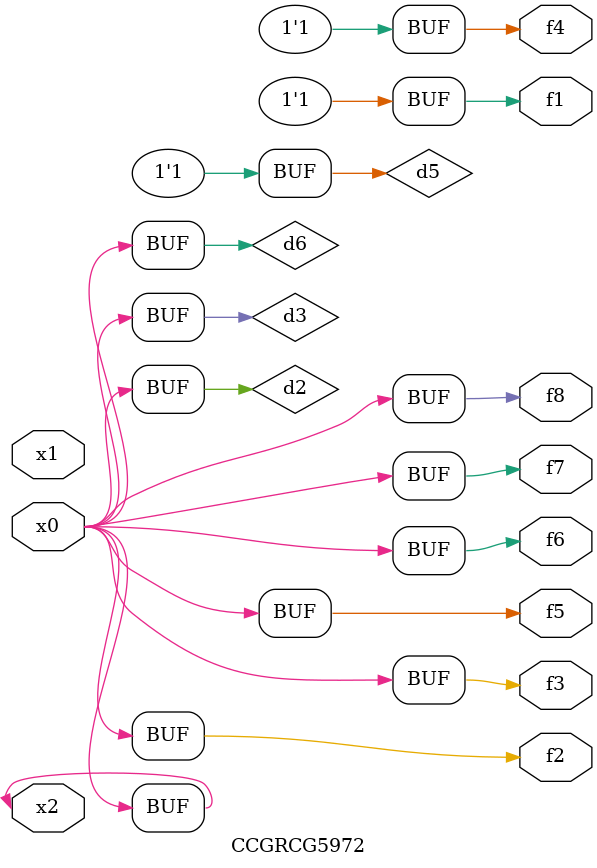
<source format=v>
module CCGRCG5972(
	input x0, x1, x2,
	output f1, f2, f3, f4, f5, f6, f7, f8
);

	wire d1, d2, d3, d4, d5, d6;

	xnor (d1, x2);
	buf (d2, x0, x2);
	and (d3, x0);
	xnor (d4, x1, x2);
	nand (d5, d1, d3);
	buf (d6, d2, d3);
	assign f1 = d5;
	assign f2 = d6;
	assign f3 = d6;
	assign f4 = d5;
	assign f5 = d6;
	assign f6 = d6;
	assign f7 = d6;
	assign f8 = d6;
endmodule

</source>
